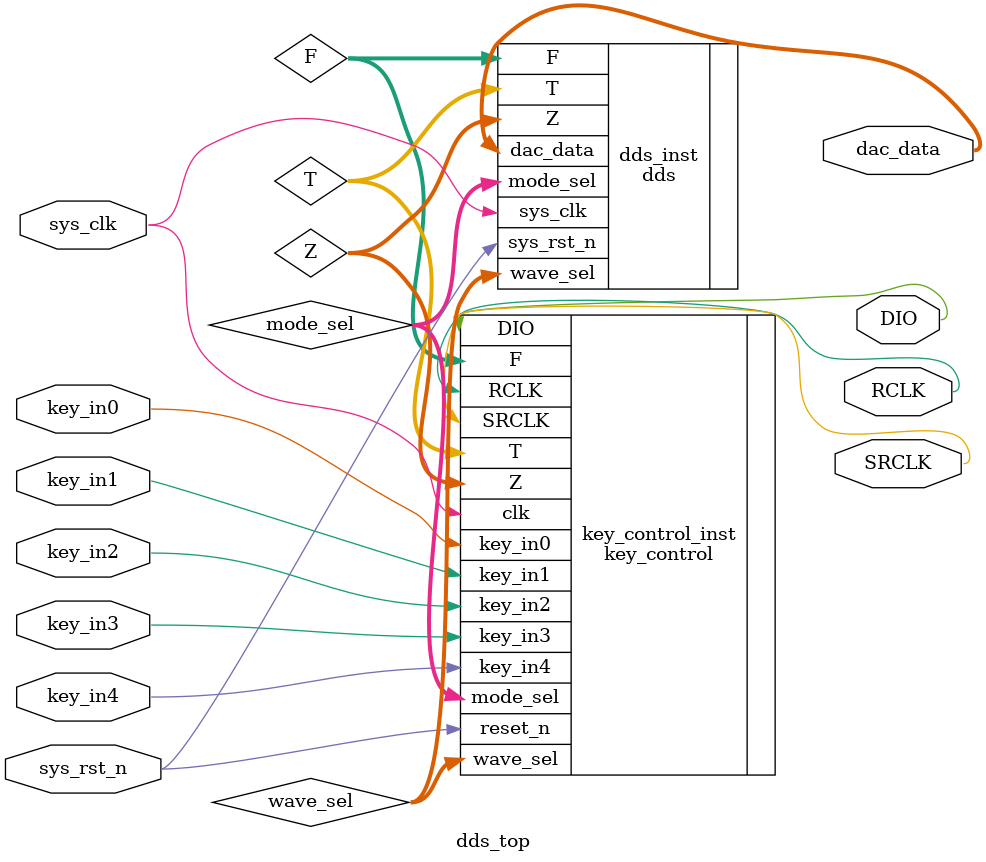
<source format=v>
`timescale 1ns / 1ps


`timescale 1ns / 1ps
//****************************************VSCODE PLUG-IN**********************************//
//----------------------------------------------------------------------------------------
// IDE :                   VSCODE     
// VSCODE plug-in version: Verilog-Hdl-Format-1.9.20240413
// VSCODE plug-in author : Jiang Percy
//----------------------------------------------------------------------------------------
//****************************************Copyright (c)***********************************//
// Copyright(C)            Please Write Company name
// All rights reserved     
// File name:              
// Last modified Date:     2024/04/17 13:49:38
// Last Version:           V1.0
// Descriptions:           
//----------------------------------------------------------------------------------------
// Created by:             Please Write You Name 
// Created date:           2024/04/17 13:49:38
// Version:                V1.0
// TEXT NAME:              dds_top.v
// PATH:                   C:\Users\Administrator\Desktop\SORCE\verilog\stu\hc595\key_hc595.v\dds_top.v
// Descriptions:           
//                         
//----------------------------------------------------------------------------------------
//****************************************************************************************//

module dds_top(
    input wire      sys_clk     ,
    input wire      sys_rst_n   ,
    input wire key_in0,//wave_sel
    input wire key_in1,//mode_sel
    input wire key_in2,//F
    input wire key_in3,//T
    input wire key_in4,//Z


    output wire         RCLK,
    output wire         SRCLK,
    output wire         DIO,
    output wire [21:0]    dac_data

    );                                                         

     wire  [5:0]   wave_sel;//波形选择
     wire  [3:0]   mode_sel;//模式选择
     wire  [8:0]   F;// 1 对应0.1MHZ
     wire  [10:0]  T;//脉冲时间
     wire  [6:0]   Z;//占空比，为0-100，意味脉冲信号占总信号的1/Z   



key_control key_control_inst(
    .clk                                (sys_clk                       ),//模块工作时钟输入，50M
    .reset_n                            (sys_rst_n                   ),//复位信号输入，低有效
    .key_in0                            (key_in0                   ),
    .key_in1                            (key_in1                   ),
    .key_in2                            (key_in2                   ),
    .key_in3                            (key_in3                   ),
    .key_in4                            (key_in4                   ),


    .wave_sel                           (wave_sel                  ),
    .mode_sel                           (mode_sel                  ),
    .F                                  (F                         ),// 1 对应0.1MHZ
    .T                                  (T                         ),//脉冲时间
    .Z                                  (Z                         ),//占空比，为0-100，意味脉冲信号占总信号的1/Z   
    .RCLK                               (RCLK                      ),
    .SRCLK                              (SRCLK                     ),
    .DIO                                (DIO                       ) 
);

dds dds_inst
(
    .sys_clk                            (sys_clk                   ),
    .sys_rst_n                          (sys_rst_n                 ),
    .wave_sel                           (wave_sel                  ),
    .mode_sel                           (mode_sel                  ),
    .F                                  (F                         ),// 1 对应0.1MHZ
    .T                                  (T                         ),//脉冲时间
    .Z                                  (Z                         ),//占空比，为0-100，意味脉冲信号占总信号的1/Z   

    .dac_data                           (dac_data                  ) 
    );




endmodule

</source>
